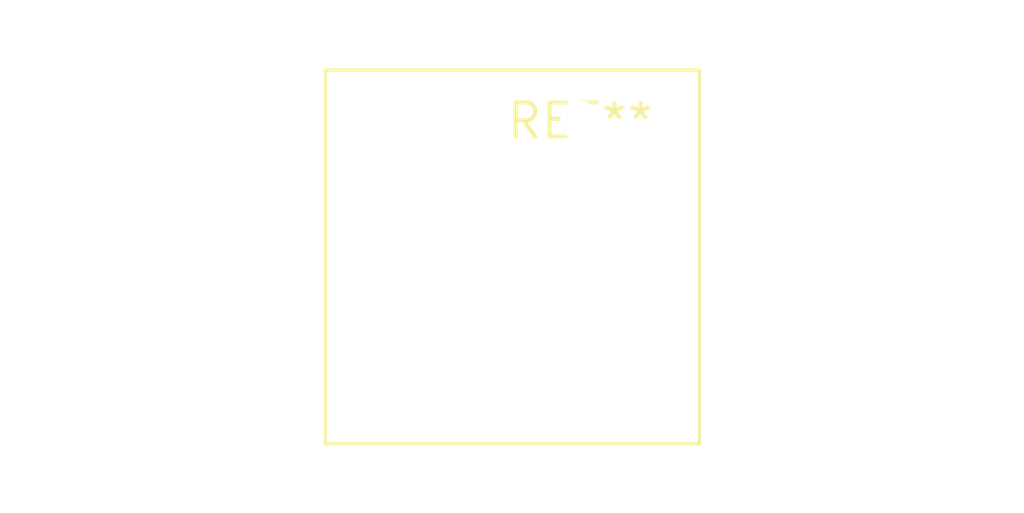
<source format=kicad_pcb>
(kicad_pcb (version 20240108) (generator pcbnew)
  (layers (0 "F.Cu" signal) (31 "B.Cu" signal) (34 "B.Paste" user) (35 "F.Paste" user) (36 "B.SilkS" user "B.Silkscreen") (37 "F.SilkS" user "F.Silkscreen") (38 "B.Mask" user) (39 "F.Mask" user) (44 "Edge.Cuts" user))
  (net 0 "")
  (footprint "SW_Cherry_MX_2.00u_Plate" (layer "F.Cu") (at 0 0)
    (property "Reference" "REF**")
    (property "Value" "SW_Cherry_MX_2.00u_Plate")
    (fp_line (start -9.525 -1.905) (end 4.445 -1.905) (layer "F.SilkS") (stroke (width 0.12)))
    (fp_line (start -9.525 12.065) (end -9.525 -1.905) (layer "F.SilkS") (stroke (width 0.12)))
    (fp_line (start 4.445 -1.905) (end 4.445 12.065) (layer "F.SilkS") (stroke (width 0.12)))
    (fp_line (start 4.445 12.065) (end -9.525 12.065) (layer "F.SilkS") (stroke (width 0.12)))
    (pad "" np_thru_hole circle (at -2.54 5.08) (size 4 4) (drill 4) (layers *.Cu *.Mask))
    (pad "1" thru_hole circle (at 0 0) (size 2.2 2.2) (drill 1.5) (layers *.Cu *.Mask) (remove_unused_layers))
    (pad "2" thru_hole circle (at -6.35 2.54) (size 2.2 2.2) (drill 1.5) (layers *.Cu *.Mask) (remove_unused_layers))
  )
)
</source>
